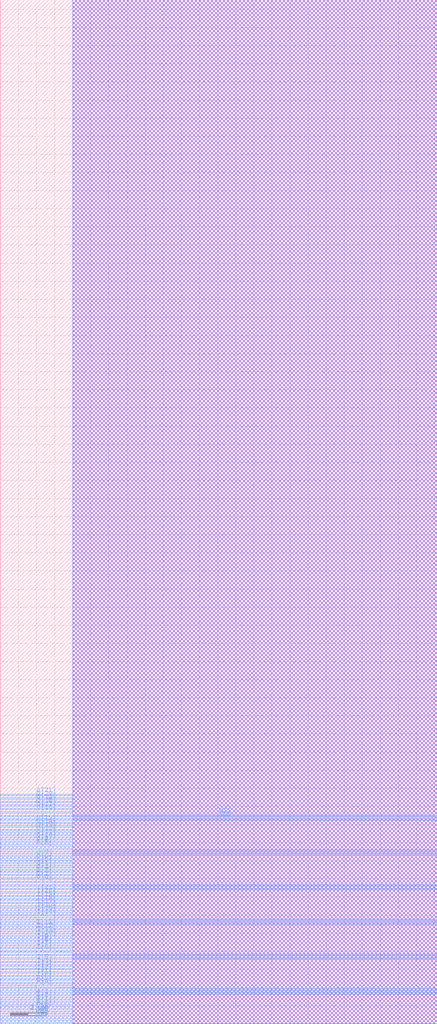
<source format=lef>
VERSION 5.6 ;
BUSBITCHARS "[]" ;
DIVIDERCHAR "/" ;

MACRO SRAM1RW64x22
  CLASS BLOCK ;
  ORIGIN 0 0 ;
  FOREIGN SRAM1RW64x22 0 0 ;
  SIZE 24.128 BY 56.528 ;
  SYMMETRY X Y ;
  SITE coreSite ;
  PIN VDD
    DIRECTION INOUT ;
    USE POWER ;
    PORT 
      LAYER M4 ;
        RECT 0.0 1.632 24.128 1.728 ;
        RECT 0.0 3.552 24.128 3.648 ;
        RECT 0.0 5.472 24.128 5.568 ;
        RECT 0.0 7.392 24.128 7.488 ;
        RECT 0.0 9.312 24.128 9.408 ;
        RECT 0.0 11.232 24.128 11.328 ;
    END 
  END VDD
  PIN VSS
    DIRECTION INOUT ;
    USE GROUND ;
    PORT 
      LAYER M4 ;
        RECT 0.0 1.824 24.128 1.92 ;
        RECT 0.0 3.744 24.128 3.84 ;
        RECT 0.0 5.664 24.128 5.76 ;
        RECT 0.0 7.584 24.128 7.68 ;
        RECT 0.0 9.504 24.128 9.6 ;
        RECT 0.0 11.424 24.128 11.52 ;
    END 
  END VSS
  PIN CE
    DIRECTION INPUT ;
    USE SIGNAL ;
    PORT 
      LAYER M4 ;
        RECT 0.0 0.096 4.0 0.192 ;
    END 
  END CE
  PIN WEB
    DIRECTION INPUT ;
    USE SIGNAL ;
    PORT 
      LAYER M4 ;
        RECT 0.0 0.288 4.0 0.384 ;
    END 
  END WEB
  PIN OEB
    DIRECTION INPUT ;
    USE SIGNAL ;
    PORT 
      LAYER M4 ;
        RECT 0.0 0.48 4.0 0.576 ;
    END 
  END OEB
  PIN CSB
    DIRECTION INPUT ;
    USE SIGNAL ;
    PORT 
      LAYER M4 ;
        RECT 0.0 0.672 4.0 0.768 ;
    END 
  END CSB
  PIN A[0]
    DIRECTION INPUT ;
    USE SIGNAL ;
    PORT 
      LAYER M4 ;
        RECT 0.0 0.864 4.0 0.96 ;
    END 
  END A[0]
  PIN A[1]
    DIRECTION INPUT ;
    USE SIGNAL ;
    PORT 
      LAYER M4 ;
        RECT 0.0 1.056 4.0 1.152 ;
    END 
  END A[1]
  PIN A[2]
    DIRECTION INPUT ;
    USE SIGNAL ;
    PORT 
      LAYER M4 ;
        RECT 0.0 1.248 4.0 1.344 ;
    END 
  END A[2]
  PIN A[3]
    DIRECTION INPUT ;
    USE SIGNAL ;
    PORT 
      LAYER M4 ;
        RECT 0.0 1.44 4.0 1.536 ;
    END 
  END A[3]
  PIN A[4]
    DIRECTION INPUT ;
    USE SIGNAL ;
    PORT 
      LAYER M4 ;
        RECT 0.0 2.016 4.0 2.112 ;
    END 
  END A[4]
  PIN A[5]
    DIRECTION INPUT ;
    USE SIGNAL ;
    PORT 
      LAYER M4 ;
        RECT 0.0 2.208 4.0 2.304 ;
    END 
  END A[5]
  PIN I[0]
    DIRECTION INPUT ;
    USE SIGNAL ;
    PORT 
      LAYER M4 ;
        RECT 0.0 2.4 4.0 2.496 ;
    END 
  END I[0]
  PIN I[1]
    DIRECTION INPUT ;
    USE SIGNAL ;
    PORT 
      LAYER M4 ;
        RECT 0.0 2.592 4.0 2.688 ;
    END 
  END I[1]
  PIN I[2]
    DIRECTION INPUT ;
    USE SIGNAL ;
    PORT 
      LAYER M4 ;
        RECT 0.0 2.784 4.0 2.88 ;
    END 
  END I[2]
  PIN I[3]
    DIRECTION INPUT ;
    USE SIGNAL ;
    PORT 
      LAYER M4 ;
        RECT 0.0 2.976 4.0 3.072 ;
    END 
  END I[3]
  PIN I[4]
    DIRECTION INPUT ;
    USE SIGNAL ;
    PORT 
      LAYER M4 ;
        RECT 0.0 3.168 4.0 3.264 ;
    END 
  END I[4]
  PIN I[5]
    DIRECTION INPUT ;
    USE SIGNAL ;
    PORT 
      LAYER M4 ;
        RECT 0.0 3.36 4.0 3.456 ;
    END 
  END I[5]
  PIN I[6]
    DIRECTION INPUT ;
    USE SIGNAL ;
    PORT 
      LAYER M4 ;
        RECT 0.0 3.936 4.0 4.032 ;
    END 
  END I[6]
  PIN I[7]
    DIRECTION INPUT ;
    USE SIGNAL ;
    PORT 
      LAYER M4 ;
        RECT 0.0 4.128 4.0 4.224 ;
    END 
  END I[7]
  PIN I[8]
    DIRECTION INPUT ;
    USE SIGNAL ;
    PORT 
      LAYER M4 ;
        RECT 0.0 4.32 4.0 4.416 ;
    END 
  END I[8]
  PIN I[9]
    DIRECTION INPUT ;
    USE SIGNAL ;
    PORT 
      LAYER M4 ;
        RECT 0.0 4.512 4.0 4.608 ;
    END 
  END I[9]
  PIN I[10]
    DIRECTION INPUT ;
    USE SIGNAL ;
    PORT 
      LAYER M4 ;
        RECT 0.0 4.704 4.0 4.8 ;
    END 
  END I[10]
  PIN I[11]
    DIRECTION INPUT ;
    USE SIGNAL ;
    PORT 
      LAYER M4 ;
        RECT 0.0 4.896 4.0 4.992 ;
    END 
  END I[11]
  PIN I[12]
    DIRECTION INPUT ;
    USE SIGNAL ;
    PORT 
      LAYER M4 ;
        RECT 0.0 5.088 4.0 5.184 ;
    END 
  END I[12]
  PIN I[13]
    DIRECTION INPUT ;
    USE SIGNAL ;
    PORT 
      LAYER M4 ;
        RECT 0.0 5.28 4.0 5.376 ;
    END 
  END I[13]
  PIN I[14]
    DIRECTION INPUT ;
    USE SIGNAL ;
    PORT 
      LAYER M4 ;
        RECT 0.0 5.856 4.0 5.952 ;
    END 
  END I[14]
  PIN I[15]
    DIRECTION INPUT ;
    USE SIGNAL ;
    PORT 
      LAYER M4 ;
        RECT 0.0 6.048 4.0 6.144 ;
    END 
  END I[15]
  PIN I[16]
    DIRECTION INPUT ;
    USE SIGNAL ;
    PORT 
      LAYER M4 ;
        RECT 0.0 6.24 4.0 6.336 ;
    END 
  END I[16]
  PIN I[17]
    DIRECTION INPUT ;
    USE SIGNAL ;
    PORT 
      LAYER M4 ;
        RECT 0.0 6.432 4.0 6.528 ;
    END 
  END I[17]
  PIN I[18]
    DIRECTION INPUT ;
    USE SIGNAL ;
    PORT 
      LAYER M4 ;
        RECT 0.0 6.624 4.0 6.72 ;
    END 
  END I[18]
  PIN I[19]
    DIRECTION INPUT ;
    USE SIGNAL ;
    PORT 
      LAYER M4 ;
        RECT 0.0 6.816 4.0 6.912 ;
    END 
  END I[19]
  PIN I[20]
    DIRECTION INPUT ;
    USE SIGNAL ;
    PORT 
      LAYER M4 ;
        RECT 0.0 7.008 4.0 7.104 ;
    END 
  END I[20]
  PIN I[21]
    DIRECTION INPUT ;
    USE SIGNAL ;
    PORT 
      LAYER M4 ;
        RECT 0.0 7.2 4.0 7.296 ;
    END 
  END I[21]
  PIN O[0]
    DIRECTION OUTPUT ;
    USE SIGNAL ;
    PORT 
      LAYER M4 ;
        RECT 0.0 7.776 4.0 7.872 ;
    END 
  END O[0]
  PIN O[1]
    DIRECTION OUTPUT ;
    USE SIGNAL ;
    PORT 
      LAYER M4 ;
        RECT 0.0 7.968 4.0 8.064 ;
    END 
  END O[1]
  PIN O[2]
    DIRECTION OUTPUT ;
    USE SIGNAL ;
    PORT 
      LAYER M4 ;
        RECT 0.0 8.16 4.0 8.256 ;
    END 
  END O[2]
  PIN O[3]
    DIRECTION OUTPUT ;
    USE SIGNAL ;
    PORT 
      LAYER M4 ;
        RECT 0.0 8.352 4.0 8.448 ;
    END 
  END O[3]
  PIN O[4]
    DIRECTION OUTPUT ;
    USE SIGNAL ;
    PORT 
      LAYER M4 ;
        RECT 0.0 8.544 4.0 8.64 ;
    END 
  END O[4]
  PIN O[5]
    DIRECTION OUTPUT ;
    USE SIGNAL ;
    PORT 
      LAYER M4 ;
        RECT 0.0 8.736 4.0 8.832 ;
    END 
  END O[5]
  PIN O[6]
    DIRECTION OUTPUT ;
    USE SIGNAL ;
    PORT 
      LAYER M4 ;
        RECT 0.0 8.928 4.0 9.024 ;
    END 
  END O[6]
  PIN O[7]
    DIRECTION OUTPUT ;
    USE SIGNAL ;
    PORT 
      LAYER M4 ;
        RECT 0.0 9.12 4.0 9.216 ;
    END 
  END O[7]
  PIN O[8]
    DIRECTION OUTPUT ;
    USE SIGNAL ;
    PORT 
      LAYER M4 ;
        RECT 0.0 9.696 4.0 9.792 ;
    END 
  END O[8]
  PIN O[9]
    DIRECTION OUTPUT ;
    USE SIGNAL ;
    PORT 
      LAYER M4 ;
        RECT 0.0 9.888 4.0 9.984 ;
    END 
  END O[9]
  PIN O[10]
    DIRECTION OUTPUT ;
    USE SIGNAL ;
    PORT 
      LAYER M4 ;
        RECT 0.0 10.08 4.0 10.176 ;
    END 
  END O[10]
  PIN O[11]
    DIRECTION OUTPUT ;
    USE SIGNAL ;
    PORT 
      LAYER M4 ;
        RECT 0.0 10.272 4.0 10.368 ;
    END 
  END O[11]
  PIN O[12]
    DIRECTION OUTPUT ;
    USE SIGNAL ;
    PORT 
      LAYER M4 ;
        RECT 0.0 10.464 4.0 10.56 ;
    END 
  END O[12]
  PIN O[13]
    DIRECTION OUTPUT ;
    USE SIGNAL ;
    PORT 
      LAYER M4 ;
        RECT 0.0 10.656 4.0 10.752 ;
    END 
  END O[13]
  PIN O[14]
    DIRECTION OUTPUT ;
    USE SIGNAL ;
    PORT 
      LAYER M4 ;
        RECT 0.0 10.848 4.0 10.944 ;
    END 
  END O[14]
  PIN O[15]
    DIRECTION OUTPUT ;
    USE SIGNAL ;
    PORT 
      LAYER M4 ;
        RECT 0.0 11.04 4.0 11.136 ;
    END 
  END O[15]
  PIN O[16]
    DIRECTION OUTPUT ;
    USE SIGNAL ;
    PORT 
      LAYER M4 ;
        RECT 0.0 11.616 4.0 11.712 ;
    END 
  END O[16]
  PIN O[17]
    DIRECTION OUTPUT ;
    USE SIGNAL ;
    PORT 
      LAYER M4 ;
        RECT 0.0 11.808 4.0 11.904 ;
    END 
  END O[17]
  PIN O[18]
    DIRECTION OUTPUT ;
    USE SIGNAL ;
    PORT 
      LAYER M4 ;
        RECT 0.0 12.0 4.0 12.096 ;
    END 
  END O[18]
  PIN O[19]
    DIRECTION OUTPUT ;
    USE SIGNAL ;
    PORT 
      LAYER M4 ;
        RECT 0.0 12.192 4.0 12.288 ;
    END 
  END O[19]
  PIN O[20]
    DIRECTION OUTPUT ;
    USE SIGNAL ;
    PORT 
      LAYER M4 ;
        RECT 0.0 12.384 4.0 12.48 ;
    END 
  END O[20]
  PIN O[21]
    DIRECTION OUTPUT ;
    USE SIGNAL ;
    PORT 
      LAYER M4 ;
        RECT 0.0 12.576 4.0 12.672 ;
    END 
  END O[21]
  OBS 
    LAYER M1 ;
      RECT 4.0 0.0 24.128 56.528 ;
    LAYER M2 ;
      RECT 4.0 0.0 24.128 56.528 ;
    LAYER M3 ;
      RECT 4.0 0.0 24.128 56.528 ;
  END 
END SRAM1RW64x22

END LIBRARY
</source>
